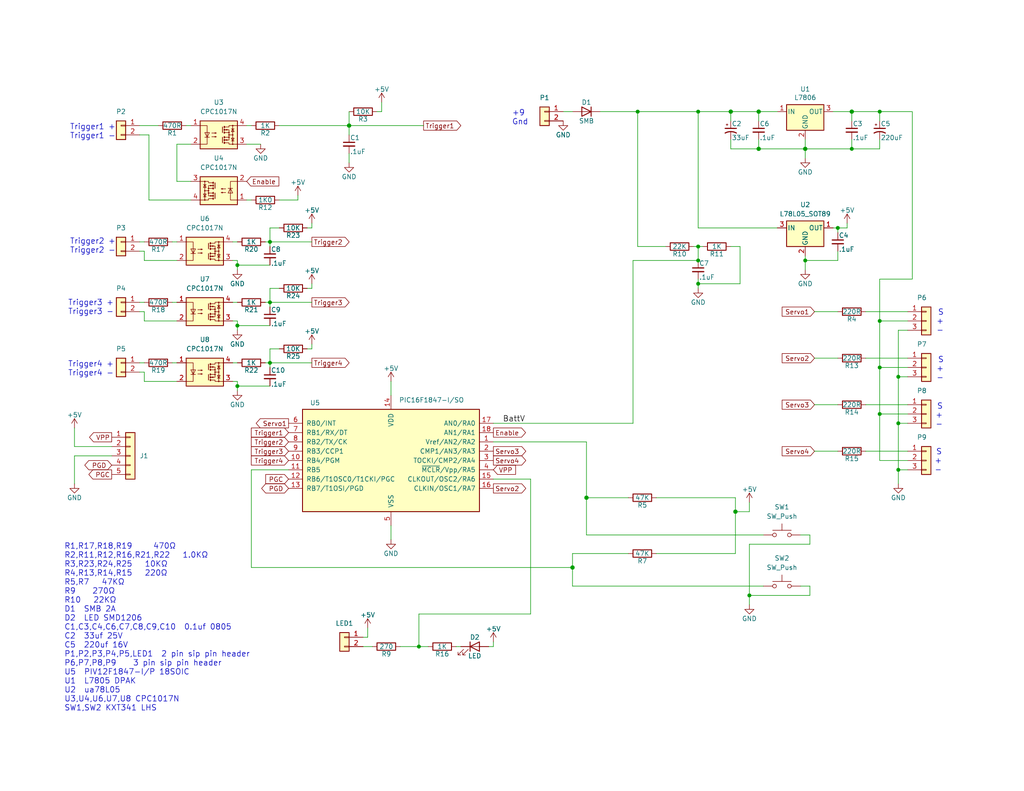
<source format=kicad_sch>
(kicad_sch (version 20231120) (generator "eeschema") (generator_version "8.0")
  (paper "A")
  (title_block (title "Rocket Servo 4") (date "2024-10-30") (rev "n/c") (company "DMFE") (comment 1 "Altimeter triggered servo (4 channel)"))
  (lib_symbols
    (symbol "Connector_Generic:Conn_01x02" (pin_names (offset 1.016) hide)
      (property "Reference" "J" (at 0 2.54 0))
      (property "Value" "Conn_01x02" (at 0 -5.08 0))
      (symbol "Conn_01x02_1_1"
        (rectangle (start -1.27 -2.413) (end 0 -2.667) (stroke (width 0.1524)))
        (rectangle (start -1.27 0.127) (end 0 -0.127) (stroke (width 0.1524)))
        (rectangle (start -1.27 1.27) (end 1.27 -3.81) (stroke (width 0.254)) (fill (type background)))
        (pin passive line (at -5.08 0 0) (length 3.81) (name "Pin_1") (number "1"))
        (pin passive line (at -5.08 -2.54 0) (length 3.81) (name "Pin_2") (number "2"))
      )
    )
    (symbol "Connector_Generic:Conn_01x03" (pin_names (offset 1.016) hide)
      (property "Reference" "J" (at 0 5.08 0))
      (property "Value" "Conn_01x03" (at 0 -5.08 0))
      (symbol "Conn_01x03_1_1"
        (rectangle (start -1.27 -2.413) (end 0 -2.667) (stroke (width 0.1524)))
        (rectangle (start -1.27 0.127) (end 0 -0.127) (stroke (width 0.1524)))
        (rectangle (start -1.27 2.667) (end 0 2.413) (stroke (width 0.1524)))
        (rectangle (start -1.27 3.81) (end 1.27 -3.81) (stroke (width 0.254)) (fill (type background)))
        (pin passive line (at -5.08 2.54 0) (length 3.81) (name "Pin_1") (number "1"))
        (pin passive line (at -5.08 0 0) (length 3.81) (name "Pin_2") (number "2"))
        (pin passive line (at -5.08 -2.54 0) (length 3.81) (name "Pin_3") (number "3"))
      )
    )
    (symbol "Connector_Generic:Conn_01x05" (pin_names (offset 1.016) hide)
      (property "Reference" "J" (at 0 7.62 0))
      (property "Value" "Conn_01x05" (at 0 -7.62 0))
      (symbol "Conn_01x05_1_1"
        (rectangle (start -1.27 -4.953) (end 0 -5.207) (stroke (width 0.1524)))
        (rectangle (start -1.27 -2.413) (end 0 -2.667) (stroke (width 0.1524)))
        (rectangle (start -1.27 0.127) (end 0 -0.127) (stroke (width 0.1524)))
        (rectangle (start -1.27 2.667) (end 0 2.413) (stroke (width 0.1524)))
        (rectangle (start -1.27 5.207) (end 0 4.953) (stroke (width 0.1524)))
        (rectangle (start -1.27 6.35) (end 1.27 -6.35) (stroke (width 0.254)) (fill (type background)))
        (pin passive line (at -5.08 5.08 0) (length 3.81) (name "Pin_1") (number "1"))
        (pin passive line (at -5.08 2.54 0) (length 3.81) (name "Pin_2") (number "2"))
        (pin passive line (at -5.08 0 0) (length 3.81) (name "Pin_3") (number "3"))
        (pin passive line (at -5.08 -2.54 0) (length 3.81) (name "Pin_4") (number "4"))
        (pin passive line (at -5.08 -5.08 0) (length 3.81) (name "Pin_5") (number "5"))
      )
    )
    (symbol "Device:CP1_Small" (pin_numbers hide) (pin_names (offset 0.254) hide)
      (property "Reference" "C" (at 0.254 1.778 0))
      (property "Value" "CP1_Small" (at 0.254 -2.032 0))
      (symbol "CP1_Small_0_1"
        (polyline (pts (xy -1.524 0.508) (xy 1.524 0.508)) (stroke (width 0.3048)))
        (polyline (pts (xy -1.27 1.524) (xy -0.762 1.524)))
        (polyline (pts (xy -1.016 1.27) (xy -1.016 1.778)))
        (arc (start 1.524 -0.762) (mid 0 -0.3734) (end -1.524 -0.762) (stroke (width 0.3048)))
      )
      (symbol "CP1_Small_1_1"
        (pin passive line (at 0 2.54 270) (length 2.032) (name "~") (number "1"))
        (pin passive line (at 0 -2.54 90) (length 2.032) (name "~") (number "2"))
      )
    )
    (symbol "Device:C_Small" (pin_numbers hide) (pin_names (offset 0.254) hide)
      (property "Reference" "C" (at 0.254 1.778 0))
      (property "Value" "C_Small" (at 0.254 -2.032 0))
      (symbol "C_Small_0_1"
        (polyline (pts (xy -1.524 -0.508) (xy 1.524 -0.508)) (stroke (width 0.3302)))
        (polyline (pts (xy -1.524 0.508) (xy 1.524 0.508)) (stroke (width 0.3048)))
      )
      (symbol "C_Small_1_1"
        (pin passive line (at 0 2.54 270) (length 2.032) (name "~") (number "1"))
        (pin passive line (at 0 -2.54 90) (length 2.032) (name "~") (number "2"))
      )
    )
    (symbol "Device:D" (pin_numbers hide) (pin_names (offset 1.016) hide)
      (property "Reference" "D" (at 0 2.54 0))
      (property "Value" "D" (at 0 -2.54 0))
      (symbol "D_0_1"
        (polyline (pts (xy -1.27 1.27) (xy -1.27 -1.27)) (stroke (width 0.254)))
        (polyline (pts (xy 1.27 0) (xy -1.27 0)))
        (polyline (pts (xy 1.27 1.27) (xy 1.27 -1.27) (xy -1.27 0) (xy 1.27 1.27)) (stroke (width 0.254)))
      )
      (symbol "D_1_1"
        (pin passive line (at -3.81 0 0) (length 2.54) (name "K") (number "1"))
        (pin passive line (at 3.81 0 180) (length 2.54) (name "A") (number "2"))
      )
    )
    (symbol "Device:LED" (pin_numbers hide) (pin_names (offset 1.016) hide)
      (property "Reference" "D" (at 0 2.54 0))
      (property "Value" "LED" (at 0 -2.54 0))
      (symbol "LED_0_1"
        (polyline (pts (xy -1.27 -1.27) (xy -1.27 1.27)) (stroke (width 0.254)))
        (polyline (pts (xy -1.27 0) (xy 1.27 0)))
        (polyline (pts (xy 1.27 -1.27) (xy 1.27 1.27) (xy -1.27 0) (xy 1.27 -1.27)) (stroke (width 0.254)))
        (polyline (pts (xy -3.048 -0.762) (xy -4.572 -2.286) (xy -3.81 -2.286) (xy -4.572 -2.286) (xy -4.572 -1.524)))
        (polyline (pts (xy -1.778 -0.762) (xy -3.302 -2.286) (xy -2.54 -2.286) (xy -3.302 -2.286) (xy -3.302 -1.524)))
      )
      (symbol "LED_1_1"
        (pin passive line (at -3.81 0 0) (length 2.54) (name "K") (number "1"))
        (pin passive line (at 3.81 0 180) (length 2.54) (name "A") (number "2"))
      )
    )
    (symbol "Device:R" (pin_numbers hide) (pin_names (offset 0))
      (property "Reference" "R" (at 2.032 0 90))
      (property "Value" "R" (at 0 0 90))
      (symbol "R_0_1"
        (rectangle (start -1.016 -2.54) (end 1.016 2.54) (stroke (width 0.254)))
      )
      (symbol "R_1_1"
        (pin passive line (at 0 3.81 270) (length 1.27) (name "~") (number "1"))
        (pin passive line (at 0 -3.81 90) (length 1.27) (name "~") (number "2"))
      )
    )
    (symbol "MCU_Microchip_PIC16:PIC16F628A-IP" (pin_names (offset 1.016))
      (property "Reference" "U" (at -24.13 17.78 0))
      (property "Value" "PIC16F628A-IP" (at -24.13 15.24 0))
      (symbol "PIC16F628A-IP_0_1"
        (rectangle (start 24.13 13.97) (end -24.13 -13.97) (stroke (width 0.254)) (fill (type background)))
      )
      (symbol "PIC16F628A-IP_1_1"
        (pin bidirectional line (at 27.94 5.08 180) (length 3.81) (name "Vref/AN2/RA2") (number "1"))
        (pin bidirectional line (at -27.94 0 0) (length 3.81) (name "RB4/PGM") (number "10"))
        (pin bidirectional line (at -27.94 -2.54 0) (length 3.81) (name "RB5") (number "11"))
        (pin bidirectional line (at -27.94 -5.08 0) (length 3.81) (name "RB6/T1OSC0/T1CKI/PGC") (number "12"))
        (pin bidirectional line (at -27.94 -7.62 0) (length 3.81) (name "RB7/T1OSI/PGD") (number "13"))
        (pin power_in line (at 0 17.78 270) (length 3.81) (name "VDD") (number "14"))
        (pin bidirectional line (at 27.94 -5.08 180) (length 3.81) (name "CLKOUT/OSC2/RA6") (number "15"))
        (pin bidirectional line (at 27.94 -7.62 180) (length 3.81) (name "CLKIN/OSC1/RA7") (number "16"))
        (pin bidirectional line (at 27.94 10.16 180) (length 3.81) (name "AN0/RA0") (number "17"))
        (pin bidirectional line (at 27.94 7.62 180) (length 3.81) (name "AN1/RA1") (number "18"))
        (pin bidirectional line (at 27.94 2.54 180) (length 3.81) (name "CMP1/AN3/RA3") (number "2"))
        (pin bidirectional line (at 27.94 0 180) (length 3.81) (name "TOCKI/CMP2/RA4") (number "3"))
        (pin input line (at 27.94 -2.54 180) (length 3.81) (name "~{MCLR}/Vpp/RA5") (number "4"))
        (pin power_in line (at 0 -17.78 90) (length 3.81) (name "VSS") (number "5"))
        (pin bidirectional line (at -27.94 10.16 0) (length 3.81) (name "RB0/INT") (number "6"))
        (pin bidirectional line (at -27.94 7.62 0) (length 3.81) (name "RB1/RX/DT") (number "7"))
        (pin bidirectional line (at -27.94 5.08 0) (length 3.81) (name "RB2/TX/CK") (number "8"))
        (pin bidirectional line (at -27.94 2.54 0) (length 3.81) (name "RB3/CCP1") (number "9"))
      )
    )
    (symbol "Regulator_Linear:L7805" (pin_names (offset 0.254))
      (property "Reference" "U" (at -3.81 3.175 0))
      (property "Value" "L7805" (at 0 3.175 0))
      (symbol "L7805_0_1"
        (rectangle (start -5.08 1.905) (end 5.08 -5.08) (stroke (width 0.254)) (fill (type background)))
      )
      (symbol "L7805_1_1"
        (pin power_in line (at -7.62 0 0) (length 2.54) (name "IN") (number "1"))
        (pin power_in line (at 0 -7.62 90) (length 2.54) (name "GND") (number "2"))
        (pin power_out line (at 7.62 0 180) (length 2.54) (name "OUT") (number "3"))
      )
    )
    (symbol "Regulator_Linear:L78L05_SOT89" (pin_names (offset 0.254))
      (property "Reference" "U" (at -3.81 3.175 0))
      (property "Value" "L78L05_SOT89" (at -0.635 3.175 0))
      (symbol "L78L05_SOT89_0_1"
        (rectangle (start -5.08 1.905) (end 5.08 -5.08) (stroke (width 0.254)) (fill (type background)))
      )
      (symbol "L78L05_SOT89_1_1"
        (pin power_out line (at 7.62 0 180) (length 2.54) (name "OUT") (number "1"))
        (pin power_in line (at 0 -7.62 90) (length 2.54) (name "GND") (number "2"))
        (pin power_in line (at -7.62 0 0) (length 2.54) (name "IN") (number "3"))
      )
    )
    (symbol "Relay_SolidState:CPC1017N"
      (property "Reference" "U" (at -5.08 5.08 0))
      (property "Value" "CPC1017N" (at 0 5.08 0))
      (symbol "CPC1017N_0_1"
        (rectangle (start -5.08 3.81) (end 5.08 -3.81) (stroke (width 0.254)) (fill (type background)))
        (polyline (pts (xy -3.81 -0.635) (xy -2.54 -0.635)))
        (polyline (pts (xy 1.016 -0.635) (xy 1.016 -2.159)) (stroke (width 0.2032)))
        (polyline (pts (xy 1.016 2.159) (xy 1.016 0.635)) (stroke (width 0.2032)))
        (polyline (pts (xy 1.524 -0.508) (xy 1.524 -0.762)) (stroke (width 0.3556)))
        (polyline (pts (xy 2.794 0) (xy 3.81 0)))
        (polyline (pts (xy 3.429 -1.651) (xy 4.191 -1.651)))
        (polyline (pts (xy 3.429 1.651) (xy 4.191 1.651)))
        (polyline (pts (xy 3.81 -2.54) (xy 3.81 2.54)))
        (polyline (pts (xy 1.524 -2.032) (xy 1.524 -2.286) (xy 1.524 -2.286)) (stroke (width 0.3556)))
        (polyline (pts (xy 1.524 -1.27) (xy 1.524 -1.524) (xy 1.524 -1.524)) (stroke (width 0.3556)))
        (polyline (pts (xy 1.524 0.762) (xy 1.524 0.508) (xy 1.524 0.508)) (stroke (width 0.3556)))
        (polyline (pts (xy 1.524 1.524) (xy 1.524 1.27) (xy 1.524 1.27)) (stroke (width 0.3556)))
        (polyline (pts (xy 1.524 2.286) (xy 1.524 2.032) (xy 1.524 2.032)) (stroke (width 0.3556)))
        (polyline (pts (xy 1.651 -1.397) (xy 2.794 -1.397) (xy 2.794 -0.635)))
        (polyline (pts (xy 1.651 1.397) (xy 2.794 1.397) (xy 2.794 0.635)))
        (polyline (pts (xy -5.08 2.54) (xy -3.175 2.54) (xy -3.175 -2.54) (xy -5.08 -2.54)))
        (polyline (pts (xy -3.175 -0.635) (xy -3.81 0.635) (xy -2.54 0.635) (xy -3.175 -0.635)))
        (polyline (pts (xy 1.651 -2.159) (xy 2.794 -2.159) (xy 2.794 -2.54) (xy 5.08 -2.54)))
        (polyline (pts (xy 1.651 -0.635) (xy 2.794 -0.635) (xy 2.794 0.635) (xy 1.651 0.635)))
        (polyline (pts (xy 1.651 2.159) (xy 2.794 2.159) (xy 2.794 2.54) (xy 5.08 2.54)))
        (polyline (pts (xy 1.778 -1.397) (xy 2.286 -1.27) (xy 2.286 -1.524) (xy 1.778 -1.397)))
        (polyline (pts (xy 1.778 1.397) (xy 2.286 1.524) (xy 2.286 1.27) (xy 1.778 1.397)))
        (polyline (pts (xy 3.81 -1.651) (xy 3.429 -0.889) (xy 4.191 -0.889) (xy 3.81 -1.651)))
        (polyline (pts (xy 3.81 1.651) (xy 3.429 0.889) (xy 4.191 0.889) (xy 3.81 1.651)))
        (polyline (pts (xy -1.905 -0.508) (xy -0.635 -0.508) (xy -1.016 -0.635) (xy -1.016 -0.381) (xy -0.635 -0.508)))
        (polyline (pts (xy -1.905 0.508) (xy -0.635 0.508) (xy -1.016 0.381) (xy -1.016 0.635) (xy -0.635 0.508)))
        (circle (center 2.794 -0.635) (radius 0.127))
        (circle (center 2.794 0) (radius 0.127))
        (circle (center 2.794 0.635) (radius 0.127))
        (circle (center 3.81 -2.54) (radius 0.127))
        (circle (center 3.81 0) (radius 0.127))
        (circle (center 3.81 2.54) (radius 0.127))
      )
      (symbol "CPC1017N_1_1"
        (pin passive line (at -7.62 2.54 0) (length 2.54) (name "~") (number "1"))
        (pin passive line (at -7.62 -2.54 0) (length 2.54) (name "~") (number "2"))
        (pin passive line (at 7.62 -2.54 180) (length 2.54) (name "~") (number "3"))
        (pin passive line (at 7.62 2.54 180) (length 2.54) (name "~") (number "4"))
      )
    )
    (symbol "Switch:SW_Push" (pin_numbers hide) (pin_names (offset 1.016) hide)
      (property "Reference" "SW" (at 1.27 2.54 0))
      (property "Value" "SW_Push" (at 0 -1.524 0))
      (symbol "SW_Push_0_1"
        (circle (center -2.032 0) (radius 0.508))
        (polyline (pts (xy 0 1.27) (xy 0 3.048)))
        (polyline (pts (xy 2.54 1.27) (xy -2.54 1.27)))
        (circle (center 2.032 0) (radius 0.508))
        (pin passive line (at -5.08 0 0) (length 2.54) (name "1") (number "1"))
        (pin passive line (at 5.08 0 180) (length 2.54) (name "2") (number "2"))
      )
    )
    (symbol "power:+5V" (power) (pin_names (offset 0))
      (property "Value" "+5V" (at 0 3.556 0))
      (symbol "+5V_0_1"
        (polyline (pts (xy -0.762 1.27) (xy 0 2.54)))
        (polyline (pts (xy 0 0) (xy 0 2.54)))
        (polyline (pts (xy 0 2.54) (xy 0.762 1.27)))
      )
      (symbol "+5V_1_1"
        (pin power_in line (at 0 0 90) (length 0) hide (name "+5V") (number "1"))
      )
    )
    (symbol "power:GND" (power) (pin_names (offset 0))
      (property "Value" "GND" (at 0 -3.81 0))
      (symbol "GND_0_1"
        (polyline (pts (xy 0 0) (xy 0 -1.27) (xy 1.27 -1.27) (xy 0 -2.54) (xy -1.27 -1.27) (xy 0 -1.27)))
      )
      (symbol "GND_1_1"
        (pin power_in line (at 0 0 270) (length 0) hide (name "GND") (number "1"))
      )
    )
  )
  (junction (at 204.47 162.56))
  (junction (at 190.5 30.48))
  (junction (at 73.66 82.55))
  (junction (at 73.66 66.04))
  (junction (at 114.3 176.53))
  (junction (at 64.77 105.41))
  (junction (at 245.11 102.87))
  (junction (at 207.01 30.48) (diameter 1.016))
  (junction (at 160.02 135.89) (diameter 1.016))
  (junction (at 219.71 71.12))
  (junction (at 190.5 71.12))
  (junction (at 200.66 139.7) (diameter 1.016))
  (junction (at 232.41 30.48) (diameter 1.016))
  (junction (at 245.11 115.57))
  (junction (at 232.41 40.64))
  (junction (at 95.25 34.29) (diameter 1.016))
  (junction (at 190.5 67.31))
  (junction (at 240.03 30.48))
  (junction (at 199.39 30.48) (diameter 1.016))
  (junction (at 64.77 88.9))
  (junction (at 64.77 72.39))
  (junction (at 207.01 40.64) (diameter 1.016))
  (junction (at 190.5 77.47))
  (junction (at 219.71 40.64) (diameter 1.016))
  (junction (at 245.11 128.27))
  (junction (at 73.66 99.06))
  (junction (at 228.6 62.23))
  (junction (at 173.99 30.48))
  (junction (at 240.03 100.33))
  (junction (at 240.03 113.03))
  (junction (at 156.21 154.94) (diameter 1.016))
  (junction (at 240.03 87.63))
  (wire (pts (xy 46.99 82.55) (xy 48.26 82.55)))
  (wire (pts (xy 207.01 40.64) (xy 219.71 40.64)))
  (wire (pts (xy 63.5 66.04) (xy 64.77 66.04)))
  (wire (pts (xy 73.66 66.04) (xy 73.66 67.31)))
  (wire (pts (xy 73.66 66.04) (xy 85.09 66.04)))
  (wire (pts (xy 179.07 151.13) (xy 200.66 151.13)))
  (wire (pts (xy 73.66 99.06) (xy 73.66 100.33)))
  (wire (pts (xy 204.47 162.56) (xy 220.98 162.56)))
  (wire (pts (xy 38.1 34.29) (xy 43.18 34.29)))
  (wire (pts (xy 38.1 68.58) (xy 39.37 68.58)))
  (wire (pts (xy 76.2 34.29) (xy 95.25 34.29)))
  (wire (pts (xy 172.72 71.12) (xy 190.5 71.12)))
  (wire (pts (xy 222.25 85.09) (xy 228.6 85.09)))
  (wire (pts (xy 63.5 71.12) (xy 64.77 71.12)))
  (wire (pts (xy 83.82 78.74) (xy 85.09 78.74)))
  (wire (pts (xy 63.5 99.06) (xy 64.77 99.06)))
  (wire (pts (xy 201.93 67.31) (xy 201.93 77.47)))
  (wire (pts (xy 228.6 62.23) (xy 228.6 63.5)))
  (wire (pts (xy 220.98 146.05) (xy 218.44 146.05)))
  (wire (pts (xy 39.37 104.14) (xy 48.26 104.14)))
  (wire (pts (xy 48.26 39.37) (xy 52.07 39.37)))
  (wire (pts (xy 38.1 82.55) (xy 39.37 82.55)))
  (wire (pts (xy 95.25 34.29) (xy 95.25 36.83)))
  (wire (pts (xy 99.06 176.53) (xy 101.6 176.53)))
  (wire (pts (xy 52.07 54.61) (xy 40.64 54.61)))
  (wire (pts (xy 190.5 62.23) (xy 190.5 30.48)))
  (wire (pts (xy 20.32 121.92) (xy 20.32 116.84)))
  (wire (pts (xy 68.58 154.94) (xy 156.21 154.94)))
  (wire (pts (xy 78.74 128.27) (xy 68.58 128.27)))
  (wire (pts (xy 228.6 68.58) (xy 228.6 71.12)))
  (wire (pts (xy 219.71 40.64) (xy 232.41 40.64)))
  (wire (pts (xy 172.72 71.12) (xy 172.72 115.57)))
  (wire (pts (xy 100.33 173.99) (xy 99.06 173.99)))
  (wire (pts (xy 240.03 113.03) (xy 247.65 113.03)))
  (wire (pts (xy 40.64 36.83) (xy 40.64 54.61)))
  (wire (pts (xy 204.47 148.59) (xy 220.98 148.59)))
  (wire (pts (xy 39.37 87.63) (xy 48.26 87.63)))
  (wire (pts (xy 20.32 124.46) (xy 20.32 132.08)))
  (wire (pts (xy 38.1 101.6) (xy 39.37 101.6)))
  (wire (pts (xy 222.25 97.79) (xy 228.6 97.79)))
  (wire (pts (xy 38.1 99.06) (xy 39.37 99.06)))
  (wire (pts (xy 200.66 139.7) (xy 200.66 151.13)))
  (wire (pts (xy 190.5 76.2) (xy 190.5 77.47)))
  (wire (pts (xy 173.99 67.31) (xy 173.99 30.48)))
  (wire (pts (xy 189.23 67.31) (xy 190.5 67.31)))
  (wire (pts (xy 63.5 82.55) (xy 64.77 82.55)))
  (wire (pts (xy 228.6 62.23) (xy 231.14 62.23)))
  (wire (pts (xy 104.14 30.48) (xy 102.87 30.48)))
  (wire (pts (xy 144.78 130.81) (xy 144.78 167.64)))
  (wire (pts (xy 160.02 135.89) (xy 160.02 146.05)))
  (wire (pts (xy 236.22 110.49) (xy 247.65 110.49)))
  (wire (pts (xy 173.99 30.48) (xy 190.5 30.48)))
  (wire (pts (xy 134.62 115.57) (xy 172.72 115.57)))
  (wire (pts (xy 232.41 33.02) (xy 232.41 30.48)))
  (wire (pts (xy 232.41 30.48) (xy 240.03 30.48)))
  (wire (pts (xy 204.47 139.7) (xy 204.47 137.16)))
  (wire (pts (xy 48.26 49.53) (xy 48.26 39.37)))
  (wire (pts (xy 240.03 100.33) (xy 247.65 100.33)))
  (wire (pts (xy 160.02 120.65) (xy 160.02 135.89)))
  (wire (pts (xy 222.25 110.49) (xy 228.6 110.49)))
  (wire (pts (xy 114.3 176.53) (xy 116.84 176.53)))
  (wire (pts (xy 115.57 34.29) (xy 95.25 34.29)))
  (wire (pts (xy 64.77 88.9) (xy 73.66 88.9)))
  (wire (pts (xy 199.39 67.31) (xy 201.93 67.31)))
  (wire (pts (xy 106.68 104.14) (xy 106.68 107.95)))
  (wire (pts (xy 76.2 62.23) (xy 73.66 62.23)))
  (wire (pts (xy 73.66 82.55) (xy 73.66 78.74)))
  (wire (pts (xy 134.62 130.81) (xy 144.78 130.81)))
  (wire (pts (xy 227.33 30.48) (xy 232.41 30.48)))
  (wire (pts (xy 201.93 77.47) (xy 190.5 77.47)))
  (wire (pts (xy 104.14 27.94) (xy 104.14 30.48)))
  (wire (pts (xy 240.03 87.63) (xy 247.65 87.63)))
  (wire (pts (xy 248.92 30.48) (xy 248.92 76.2)))
  (wire (pts (xy 222.25 123.19) (xy 228.6 123.19)))
  (wire (pts (xy 39.37 101.6) (xy 39.37 104.14)))
  (wire (pts (xy 124.46 176.53) (xy 125.73 176.53)))
  (wire (pts (xy 134.62 176.53) (xy 134.62 175.26)))
  (wire (pts (xy 212.09 62.23) (xy 190.5 62.23)))
  (wire (pts (xy 38.1 36.83) (xy 40.64 36.83)))
  (wire (pts (xy 64.77 88.9) (xy 64.77 90.17)))
  (wire (pts (xy 67.31 34.29) (xy 68.58 34.29)))
  (wire (pts (xy 46.99 99.06) (xy 48.26 99.06)))
  (wire (pts (xy 76.2 54.61) (xy 81.28 54.61)))
  (wire (pts (xy 156.21 154.94) (xy 156.21 160.02)))
  (wire (pts (xy 219.71 69.85) (xy 219.71 71.12)))
  (wire (pts (xy 236.22 85.09) (xy 247.65 85.09)))
  (wire (pts (xy 219.71 40.64) (xy 219.71 43.18)))
  (wire (pts (xy 30.48 124.46) (xy 20.32 124.46)))
  (wire (pts (xy 190.5 67.31) (xy 190.5 71.12)))
  (wire (pts (xy 64.77 71.12) (xy 64.77 72.39)))
  (wire (pts (xy 200.66 135.89) (xy 200.66 139.7)))
  (wire (pts (xy 245.11 102.87) (xy 247.65 102.87)))
  (wire (pts (xy 219.71 71.12) (xy 219.71 73.66)))
  (wire (pts (xy 199.39 38.1) (xy 199.39 40.64)))
  (wire (pts (xy 85.09 95.25) (xy 85.09 93.98)))
  (wire (pts (xy 163.83 30.48) (xy 173.99 30.48)))
  (wire (pts (xy 100.33 171.45) (xy 100.33 173.99)))
  (wire (pts (xy 68.58 128.27) (xy 68.58 154.94)))
  (wire (pts (xy 248.92 76.2) (xy 240.03 76.2)))
  (wire (pts (xy 245.11 128.27) (xy 245.11 115.57)))
  (wire (pts (xy 73.66 95.25) (xy 76.2 95.25)))
  (wire (pts (xy 199.39 33.02) (xy 199.39 30.48)))
  (wire (pts (xy 38.1 85.09) (xy 39.37 85.09)))
  (wire (pts (xy 73.66 95.25) (xy 73.66 99.06)))
  (wire (pts (xy 160.02 135.89) (xy 171.45 135.89)))
  (wire (pts (xy 52.07 49.53) (xy 48.26 49.53)))
  (wire (pts (xy 245.11 115.57) (xy 245.11 102.87)))
  (wire (pts (xy 190.5 30.48) (xy 199.39 30.48)))
  (wire (pts (xy 219.71 38.1) (xy 219.71 40.64)))
  (wire (pts (xy 95.25 44.45) (xy 95.25 41.91)))
  (wire (pts (xy 156.21 151.13) (xy 171.45 151.13)))
  (wire (pts (xy 245.11 90.17) (xy 247.65 90.17)))
  (wire (pts (xy 245.11 115.57) (xy 247.65 115.57)))
  (wire (pts (xy 64.77 104.14) (xy 64.77 105.41)))
  (wire (pts (xy 81.28 53.34) (xy 81.28 54.61)))
  (wire (pts (xy 39.37 71.12) (xy 48.26 71.12)))
  (wire (pts (xy 190.5 77.47) (xy 190.5 78.74)))
  (wire (pts (xy 245.11 128.27) (xy 247.65 128.27)))
  (wire (pts (xy 133.35 176.53) (xy 134.62 176.53)))
  (wire (pts (xy 67.31 39.37) (xy 71.12 39.37)))
  (wire (pts (xy 72.39 66.04) (xy 73.66 66.04)))
  (wire (pts (xy 30.48 121.92) (xy 20.32 121.92)))
  (wire (pts (xy 207.01 33.02) (xy 207.01 30.48)))
  (wire (pts (xy 232.41 40.64) (xy 240.03 40.64)))
  (wire (pts (xy 220.98 148.59) (xy 220.98 146.05)))
  (wire (pts (xy 63.5 104.14) (xy 64.77 104.14)))
  (wire (pts (xy 236.22 97.79) (xy 247.65 97.79)))
  (wire (pts (xy 67.31 54.61) (xy 68.58 54.61)))
  (wire (pts (xy 199.39 30.48) (xy 207.01 30.48)))
  (wire (pts (xy 64.77 105.41) (xy 64.77 106.68)))
  (wire (pts (xy 200.66 135.89) (xy 179.07 135.89)))
  (wire (pts (xy 204.47 148.59) (xy 204.47 162.56)))
  (wire (pts (xy 160.02 146.05) (xy 208.28 146.05)))
  (wire (pts (xy 64.77 72.39) (xy 73.66 72.39)))
  (wire (pts (xy 72.39 82.55) (xy 73.66 82.55)))
  (wire (pts (xy 73.66 82.55) (xy 85.09 82.55)))
  (wire (pts (xy 181.61 67.31) (xy 173.99 67.31)))
  (wire (pts (xy 204.47 162.56) (xy 204.47 165.1)))
  (wire (pts (xy 134.62 120.65) (xy 160.02 120.65)))
  (wire (pts (xy 38.1 66.04) (xy 39.37 66.04)))
  (wire (pts (xy 95.25 34.29) (xy 95.25 30.48)))
  (wire (pts (xy 231.14 62.23) (xy 231.14 60.96)))
  (wire (pts (xy 114.3 167.64) (xy 114.3 176.53)))
  (wire (pts (xy 64.77 87.63) (xy 64.77 88.9)))
  (wire (pts (xy 156.21 151.13) (xy 156.21 154.94)))
  (wire (pts (xy 85.09 62.23) (xy 85.09 60.96)))
  (wire (pts (xy 240.03 76.2) (xy 240.03 87.63)))
  (wire (pts (xy 109.22 176.53) (xy 114.3 176.53)))
  (wire (pts (xy 207.01 38.1) (xy 207.01 40.64)))
  (wire (pts (xy 240.03 100.33) (xy 240.03 113.03)))
  (wire (pts (xy 220.98 162.56) (xy 220.98 160.02)))
  (wire (pts (xy 46.99 66.04) (xy 48.26 66.04)))
  (wire (pts (xy 73.66 99.06) (xy 85.09 99.06)))
  (wire (pts (xy 240.03 30.48) (xy 248.92 30.48)))
  (wire (pts (xy 64.77 72.39) (xy 64.77 73.66)))
  (wire (pts (xy 207.01 30.48) (xy 212.09 30.48)))
  (wire (pts (xy 220.98 160.02) (xy 218.44 160.02)))
  (wire (pts (xy 39.37 68.58) (xy 39.37 71.12)))
  (wire (pts (xy 72.39 99.06) (xy 73.66 99.06)))
  (wire (pts (xy 190.5 67.31) (xy 191.77 67.31)))
  (wire (pts (xy 39.37 85.09) (xy 39.37 87.63)))
  (wire (pts (xy 73.66 82.55) (xy 73.66 83.82)))
  (wire (pts (xy 240.03 125.73) (xy 247.65 125.73)))
  (wire (pts (xy 240.03 38.1) (xy 240.03 40.64)))
  (wire (pts (xy 83.82 62.23) (xy 85.09 62.23)))
  (wire (pts (xy 156.21 160.02) (xy 208.28 160.02)))
  (wire (pts (xy 83.82 95.25) (xy 85.09 95.25)))
  (wire (pts (xy 73.66 62.23) (xy 73.66 66.04)))
  (wire (pts (xy 200.66 139.7) (xy 204.47 139.7)))
  (wire (pts (xy 85.09 78.74) (xy 85.09 77.47)))
  (wire (pts (xy 240.03 113.03) (xy 240.03 125.73)))
  (wire (pts (xy 240.03 87.63) (xy 240.03 100.33)))
  (wire (pts (xy 50.8 34.29) (xy 52.07 34.29)))
  (wire (pts (xy 236.22 123.19) (xy 247.65 123.19)))
  (wire (pts (xy 64.77 105.41) (xy 73.66 105.41)))
  (wire (pts (xy 73.66 78.74) (xy 76.2 78.74)))
  (wire (pts (xy 63.5 87.63) (xy 64.77 87.63)))
  (wire (pts (xy 232.41 38.1) (xy 232.41 40.64)))
  (wire (pts (xy 228.6 71.12) (xy 219.71 71.12)))
  (wire (pts (xy 245.11 132.08) (xy 245.11 128.27)))
  (wire (pts (xy 153.67 30.48) (xy 156.21 30.48)))
  (wire (pts (xy 106.68 143.51) (xy 106.68 147.32)))
  (wire (pts (xy 227.33 62.23) (xy 228.6 62.23)))
  (wire (pts (xy 199.39 40.64) (xy 207.01 40.64)))
  (wire (pts (xy 240.03 30.48) (xy 240.03 33.02)))
  (wire (pts (xy 245.11 102.87) (xy 245.11 90.17)))
  (wire (pts (xy 144.78 167.64) (xy 114.3 167.64)))
  (text "+9\nGnd" (at 139.7 34.29 0) (effects (font (size 1.524 1.524)) (justify left bottom)))
  (text "Trigger3 +\nTrigger3 -" (at 18.542 86.106 0) (effects (font (size 1.524 1.524)) (justify left bottom)))
  (text "R1,R17,R18,R19     470Ω\nR2,R11,R12,R16,R21,R22   1.0KΩ\nR3,R23,R24,R25   10KΩ\nR4,R13,R14,R15   220Ω\nR5,R7   47KΩ\nR9    270Ω\nR10   22KΩ\nD1  SMB 2A\nD2  LED SMD1206\nC1,C3,C4,C6,C7,C8,C9,C10  0.1uf 0805\nC2  33uf 25V\nC5  220uf 16V\nP1,P2,P3,P4,P5,LED1  2 pin sip pin header\nP6,P7,P8,P9    3 pin sip pin header\nU5  PIV12F1847-I/P 18SOIC\nU1  L7805 DPAK\nU2  ua78L05\nU3,U4,U6,U7,U8 CPC1017N \nSW1,SW2 KXT341 LHS\n" (at 17.526 194.31 0) (effects (font (size 1.524 1.524)) (justify left bottom)))
  (text "S\n+\n-" (at 257.556 104.14 0) (effects (font (size 1.524 1.524)) (justify right bottom)))
  (text "Trigger4 +\nTrigger4 -" (at 18.542 102.87 0) (effects (font (size 1.524 1.524)) (justify left bottom)))
  (text "S\n+\n-" (at 257.556 91.186 0) (effects (font (size 1.524 1.524)) (justify right bottom)))
  (text "S\n+\n-" (at 257.048 129.286 0) (effects (font (size 1.524 1.524)) (justify right bottom)))
  (text "Trigger1 +\nTrigger1 -" (at 19.05 38.1 0) (effects (font (size 1.524 1.524)) (justify left bottom)))
  (text "S\n+\n-" (at 257.302 116.84 0) (effects (font (size 1.524 1.524)) (justify right bottom)))
  (text "Trigger2 +\nTrigger2 -" (at 19.05 69.342 0) (effects (font (size 1.524 1.524)) (justify left bottom)))
  (label "BattV" (at 137.16 115.57 0) (effects (font (size 1.524 1.524))))
  (global_label "PGC" (shape input) (at 78.74 130.81 180) (property "Intersheetrefs" "${INTERSHEET_REFS}" (effects (hide yes))))
  (global_label "Trigger2" (shape output) (at 85.09 66.04 0) (property "Intersheetrefs" "${INTERSHEET_REFS}" (effects (hide yes))))
  (global_label "Trigger4" (shape output) (at 85.09 99.06 0) (property "Intersheetrefs" "${INTERSHEET_REFS}" (effects (hide yes))))
  (global_label "Servo1" (shape input) (at 222.25 85.09 180) (property "Intersheetrefs" "${INTERSHEET_REFS}" (effects (hide yes))))
  (global_label "PGD" (shape bidirectional) (at 30.48 127 180) (property "Intersheetrefs" "${INTERSHEET_REFS}" (effects (hide yes))))
  (global_label "Servo3" (shape input) (at 222.25 110.49 180) (property "Intersheetrefs" "${INTERSHEET_REFS}" (effects (hide yes))))
  (global_label "Enable" (shape input) (at 67.31 49.53 0) (property "Intersheetrefs" "${INTERSHEET_REFS}" (effects (hide yes))))
  (global_label "Enable" (shape output) (at 134.62 118.11 0) (property "Intersheetrefs" "${INTERSHEET_REFS}" (effects (hide yes))))
  (global_label "Servo4" (shape input) (at 222.25 123.19 180) (property "Intersheetrefs" "${INTERSHEET_REFS}" (effects (hide yes))))
  (global_label "Trigger3" (shape output) (at 85.09 82.55 0) (property "Intersheetrefs" "${INTERSHEET_REFS}" (effects (hide yes))))
  (global_label "Servo2" (shape output) (at 134.62 133.35 0) (property "Intersheetrefs" "${INTERSHEET_REFS}" (effects (hide yes))))
  (global_label "Servo4" (shape output) (at 134.62 125.73 0) (property "Intersheetrefs" "${INTERSHEET_REFS}" (effects (hide yes))))
  (global_label "Trigger1" (shape output) (at 115.57 34.29 0) (property "Intersheetrefs" "${INTERSHEET_REFS}" (effects (hide yes))))
  (global_label "Servo3" (shape output) (at 134.62 123.19 0) (property "Intersheetrefs" "${INTERSHEET_REFS}" (effects (hide yes))))
  (global_label "VPP" (shape output) (at 30.48 119.38 180) (property "Intersheetrefs" "${INTERSHEET_REFS}" (effects (hide yes))))
  (global_label "Trigger1" (shape input) (at 78.74 118.11 180) (property "Intersheetrefs" "${INTERSHEET_REFS}" (effects (hide yes))))
  (global_label "Servo1" (shape output) (at 78.74 115.57 180) (property "Intersheetrefs" "${INTERSHEET_REFS}" (effects (hide yes))))
  (global_label "PGD" (shape bidirectional) (at 78.74 133.35 180) (property "Intersheetrefs" "${INTERSHEET_REFS}" (effects (hide yes))))
  (global_label "PGC" (shape output) (at 30.48 129.54 180) (property "Intersheetrefs" "${INTERSHEET_REFS}" (effects (hide yes))))
  (global_label "VPP" (shape input) (at 134.62 128.27 0) (property "Intersheetrefs" "${INTERSHEET_REFS}" (effects (hide yes))))
  (global_label "Trigger2" (shape input) (at 78.74 120.65 180) (property "Intersheetrefs" "${INTERSHEET_REFS}" (effects (hide yes))))
  (global_label "Trigger3" (shape input) (at 78.74 123.19 180) (property "Intersheetrefs" "${INTERSHEET_REFS}" (effects (hide yes))))
  (global_label "Servo2" (shape input) (at 222.25 97.79 180) (property "Intersheetrefs" "${INTERSHEET_REFS}" (effects (hide yes))))
  (global_label "Trigger4" (shape input) (at 78.74 125.73 180) (property "Intersheetrefs" "${INTERSHEET_REFS}" (effects (hide yes))))
  (symbol (lib_id "Device:D") (at 160.02 30.48 0) (mirror y) (unit 1)
    (property "Reference" "D1" (at 160.02 27.94 0))
    (property "Value" "SMB" (at 160.02 33.02 0))
    (property "Footprint" "Diode_SMD:D_SMA" (effects (hide yes)))
  )
  (symbol (lib_id "Device:CP1_Small") (at 199.39 35.56 0) (unit 1)
    (property "Reference" "C2" (at 199.644 33.782 0) (effects (justify left)))
    (property "Value" "33uF" (at 199.644 37.592 0) (effects (justify left)))
    (property "Footprint" "Capacitor_THT:CP_Radial_D5.0mm_P2.00mm" (effects (hide yes)))
  )
  (symbol (lib_id "Device:C_Small") (at 232.41 35.56 0) (unit 1)
    (property "Reference" "C3" (at 232.664 33.782 0) (effects (justify left)))
    (property "Value" ".1uF" (at 232.664 37.592 0) (effects (justify left)))
    (property "Footprint" "Capacitor_SMD:C_0805_2012Metric_Pad1.18x1.45mm_HandSolder" (effects (hide yes)))
  )
  (symbol (lib_id "Device:C_Small") (at 228.6 66.04 0) (unit 1)
    (property "Reference" "C4" (at 228.854 64.262 0) (effects (justify left)))
    (property "Value" ".1uF" (at 228.854 68.072 0) (effects (justify left)))
    (property "Footprint" "Capacitor_SMD:C_0805_2012Metric_Pad1.18x1.45mm_HandSolder" (effects (hide yes)))
  )
  (symbol (lib_id "power:GND") (at 219.71 43.18 0) (unit 1)
    (property "Reference" "#PWR02" (effects (hide yes)))
    (property "Value" "GND" (at 219.71 46.99 0))
  )
  (symbol (lib_id "power:GND") (at 245.11 132.08 0) (unit 1)
    (property "Reference" "#PWR06" (effects (hide yes)))
    (property "Value" "GND" (at 245.11 135.89 0))
  )
  (symbol (lib_id "Device:R") (at 232.41 85.09 270) (unit 1)
    (property "Reference" "R4" (at 232.41 87.122 90))
    (property "Value" "220R" (at 232.41 85.09 90))
    (property "Footprint" "Resistor_SMD:R_0805_2012Metric_Pad1.20x1.40mm_HandSolder" (effects (hide yes)))
  )
  (symbol (lib_id "power:+5V") (at 106.68 104.14 0) (unit 1)
    (property "Reference" "#PWR07" (effects (hide yes)))
    (property "Value" "+5V" (at 106.68 100.584 0))
  )
  (symbol (lib_id "power:GND") (at 106.68 147.32 0) (unit 1)
    (property "Reference" "#PWR08" (effects (hide yes)))
    (property "Value" "GND" (at 106.68 151.13 0))
  )
  (symbol (lib_id "Device:R") (at 72.39 34.29 270) (unit 1)
    (property "Reference" "R2" (at 72.39 36.322 90))
    (property "Value" "1K" (at 72.39 34.29 90))
    (property "Footprint" "Resistor_SMD:R_0805_2012Metric_Pad1.20x1.40mm_HandSolder" (effects (hide yes)))
  )
  (symbol (lib_id "Device:R") (at 99.06 30.48 270) (unit 1)
    (property "Reference" "R3" (at 99.06 32.512 90))
    (property "Value" "10K" (at 99.06 30.48 90))
    (property "Footprint" "Resistor_SMD:R_0805_2012Metric_Pad1.20x1.40mm_HandSolder" (effects (hide yes)))
  )
  (symbol (lib_id "Device:C_Small") (at 95.25 39.37 0) (unit 1)
    (property "Reference" "C1" (at 95.504 37.592 0) (effects (justify left)))
    (property "Value" ".1uF" (at 95.504 41.402 0) (effects (justify left)))
    (property "Footprint" "Capacitor_SMD:C_0805_2012Metric_Pad1.18x1.45mm_HandSolder" (effects (hide yes)))
  )
  (symbol (lib_id "power:+5V") (at 104.14 27.94 0) (unit 1)
    (property "Reference" "#PWR010" (effects (hide yes)))
    (property "Value" "+5V" (at 104.14 24.384 0))
  )
  (symbol (lib_id "power:GND") (at 95.25 44.45 0) (unit 1)
    (property "Reference" "#PWR011" (effects (hide yes)))
    (property "Value" "GND" (at 95.25 48.26 0))
  )
  (symbol (lib_id "power:+5V") (at 204.47 137.16 0) (unit 1)
    (property "Reference" "#PWR012" (effects (hide yes)))
    (property "Value" "+5V" (at 204.47 133.604 0))
  )
  (symbol (lib_id "Device:R") (at 175.26 135.89 270) (unit 1)
    (property "Reference" "R5" (at 175.26 137.922 90))
    (property "Value" "47K" (at 175.26 135.89 90))
    (property "Footprint" "Resistor_SMD:R_0805_2012Metric_Pad1.20x1.40mm_HandSolder" (effects (hide yes)))
  )
  (symbol (lib_id "Device:R") (at 175.26 151.13 270) (unit 1)
    (property "Reference" "R7" (at 175.26 153.162 90))
    (property "Value" "47K" (at 175.26 151.13 90))
    (property "Footprint" "Resistor_SMD:R_0805_2012Metric_Pad1.20x1.40mm_HandSolder" (effects (hide yes)))
  )
  (symbol (lib_id "power:GND") (at 204.47 165.1 0) (unit 1)
    (property "Reference" "#PWR013" (effects (hide yes)))
    (property "Value" "GND" (at 204.47 168.91 0))
  )
  (symbol (lib_id "Connector_Generic:Conn_01x03") (at 252.73 87.63 0) (unit 1)
    (property "Reference" "P6" (at 250.19 81.28 0) (effects (justify left)))
    (property "Value" "Conn_01x03" (effects (hide yes)))
    (property "Footprint" "Connector_PinHeader_2.54mm:PinHeader_1x03_P2.54mm_Vertical" (effects (hide yes)))
  )
  (symbol (lib_id "Regulator_Linear:L7805") (at 219.71 30.48 0) (unit 1)
    (property "Reference" "U1" (at 219.71 24.3332 0))
    (property "Value" "L7806" (at 219.71 26.6446 0))
    (property "Footprint" "Package_TO_SOT_SMD:TO-263-2" (effects (hide yes)))
    (property "Datasheet" "http://www.st.com/content/ccc/resource/technical/document/datasheet/41/4f/b3/b0/12/d4/47/88/CD00000444.pdf/files/CD00000444.pdf/jcr:content/translations/en.CD00000444.pdf" (effects (hide yes)))
  )
  (symbol (lib_id "Device:CP1_Small") (at 240.03 35.56 0) (unit 1)
    (property "Reference" "C5" (at 240.284 33.782 0) (effects (justify left)))
    (property "Value" "220uF" (at 240.284 37.592 0) (effects (justify left)))
    (property "Footprint" "Capacitor_THT:CP_Radial_D6.3mm_P2.50mm" (effects (hide yes)))
  )
  (symbol (lib_id "Device:C_Small") (at 207.01 35.56 0) (unit 1)
    (property "Reference" "C6" (at 207.264 33.782 0) (effects (justify left)))
    (property "Value" ".1uF" (at 207.264 37.592 0) (effects (justify left)))
    (property "Footprint" "Capacitor_SMD:C_0805_2012Metric_Pad1.18x1.45mm_HandSolder" (effects (hide yes)))
  )
  (symbol (lib_id "power:GND") (at 71.12 39.37 0) (unit 1)
    (property "Reference" "#PWR0102" (effects (hide yes)))
    (property "Value" "GND" (at 71.12 43.18 0))
  )
  (symbol (lib_id "Device:R") (at 43.18 82.55 270) (unit 1)
    (property "Reference" "R18" (at 43.18 84.582 90))
    (property "Value" "470R" (at 43.18 82.55 90))
    (property "Footprint" "Resistor_SMD:R_0805_2012Metric_Pad1.20x1.40mm_HandSolder" (effects (hide yes)))
  )
  (symbol (lib_id "Connector_Generic:Conn_01x02") (at 33.02 82.55 0) (mirror y) (unit 1)
    (property "Reference" "P4" (at 33.02 78.74 0))
    (property "Value" "Conn_01x02" (effects (hide yes)))
    (property "Footprint" "Connector_PinHeader_2.54mm:PinHeader_1x02_P2.54mm_Vertical" (effects (hide yes)))
  )
  (symbol (lib_id "Device:R") (at 105.41 176.53 270) (unit 1)
    (property "Reference" "R9" (at 105.41 178.562 90))
    (property "Value" "270" (at 105.41 176.53 90))
    (property "Footprint" "Resistor_SMD:R_0805_2012Metric_Pad1.20x1.40mm_HandSolder" (effects (hide yes)))
  )
  (symbol (lib_id "power:+5V") (at 85.09 93.98 0) (unit 1)
    (property "Reference" "#PWR022" (effects (hide yes)))
    (property "Value" "+5V" (at 85.09 90.424 0))
  )
  (symbol (lib_id "Relay_SolidState:CPC1017N") (at 59.69 52.07 180) (unit 1)
    (property "Reference" "U4" (at 59.69 43.18 0))
    (property "Value" "CPC1017N" (at 59.69 45.72 0))
    (property "Footprint" "Package_SO:SOP-4_3.8x4.1mm_P2.54mm" (effects (hide yes)))
    (property "Datasheet" "http://www.ixysic.com/home/pdfs.nsf/www/CPC1017N.pdf/$file/CPC1017N.pdf" (effects (hide yes)))
    (property "Description" "Form A, Solid State Relay (Photo MOSFET) 60V, 0.1A, 16Ohm, SO-4" (effects (hide yes)))
  )
  (symbol (lib_id "Connector_Generic:Conn_01x05") (at 35.56 124.46 0) (unit 1)
    (property "Reference" "J1" (at 38.1 124.4599 0) (effects (justify left)))
    (property "Value" "Conn_01x05" (effects (hide yes)))
    (property "Footprint" "Connector_PinHeader_2.54mm:PinHeader_1x05_P2.54mm_Vertical" (effects (hide yes)))
    (property "Description" "Generic connector, single row, 01x05, script generated (kicad-library-utils/schlib/autogen/connector/)" (effects (hide yes)))
  )
  (symbol (lib_id "Relay_SolidState:CPC1017N") (at 55.88 68.58 0) (unit 1)
    (property "Reference" "U6" (at 55.88 59.69 0))
    (property "Value" "CPC1017N" (at 55.88 62.23 0))
    (property "Footprint" "Package_SO:SOP-4_3.8x4.1mm_P2.54mm" (effects (hide yes)))
    (property "Datasheet" "http://www.ixysic.com/home/pdfs.nsf/www/CPC1017N.pdf/$file/CPC1017N.pdf" (effects (hide yes)))
    (property "Description" "Form A, Solid State Relay (Photo MOSFET) 60V, 0.1A, 16Ohm, SO-4" (effects (hide yes)))
  )
  (symbol (lib_id "Connector_Generic:Conn_01x02") (at 93.98 173.99 0) (mirror y) (unit 1)
    (property "Reference" "LED1" (at 93.98 170.18 0))
    (property "Value" "Conn_01x02" (effects (hide yes)))
    (property "Footprint" "Connector_PinHeader_2.54mm:PinHeader_1x02_P2.54mm_Vertical" (effects (hide yes)))
  )
  (symbol (lib_id "power:GND") (at 219.71 73.66 0) (unit 1)
    (property "Reference" "#PWR05" (effects (hide yes)))
    (property "Value" "GND" (at 219.71 77.47 0))
  )
  (symbol (lib_id "Device:R") (at 43.18 66.04 270) (unit 1)
    (property "Reference" "R17" (at 43.18 68.072 90))
    (property "Value" "470R" (at 43.18 66.04 90))
    (property "Footprint" "Resistor_SMD:R_0805_2012Metric_Pad1.20x1.40mm_HandSolder" (effects (hide yes)))
  )
  (symbol (lib_id "power:+5V") (at 231.14 60.96 0) (unit 1)
    (property "Reference" "#PWR01" (effects (hide yes)))
    (property "Value" "+5V" (at 231.14 57.404 0))
  )
  (symbol (lib_id "Device:R") (at 80.01 78.74 270) (unit 1)
    (property "Reference" "R24" (at 80.01 80.772 90))
    (property "Value" "10K" (at 80.01 78.74 90))
    (property "Footprint" "Resistor_SMD:R_0805_2012Metric_Pad1.20x1.40mm_HandSolder" (effects (hide yes)))
  )
  (symbol (lib_id "MCU_Microchip_PIC16:PIC16F628A-IP") (at 106.68 125.73 0) (unit 1)
    (property "Reference" "U5" (at 84.582 109.982 0) (effects (justify left)))
    (property "Value" "PIC16F1847-I/SO" (at 108.8741 109.22 0) (effects (justify left)))
    (property "Footprint" "Package_SO:SOIC-18W_7.5x11.6mm_P1.27mm" (effects (hide yes)))
    (property "Datasheet" "http://ww1.microchip.com/downloads/en/DeviceDoc/40300c.pdf" (effects (hide yes)))
    (property "Description" "2048W Flash, 224B SRAM, 128B EEPROM, DIP18" (effects (hide yes)))
  )
  (symbol (lib_id "Device:C_Small") (at 73.66 86.36 0) (unit 1)
    (property "Reference" "C9" (at 73.914 84.582 0) (effects (justify left)))
    (property "Value" ".1uF" (at 73.914 88.392 0) (effects (justify left)))
    (property "Footprint" "Capacitor_SMD:C_0805_2012Metric_Pad1.18x1.45mm_HandSolder" (effects (hide yes)))
  )
  (symbol (lib_id "Device:C_Small") (at 73.66 69.85 0) (unit 1)
    (property "Reference" "C8" (at 73.914 68.072 0) (effects (justify left)))
    (property "Value" ".1uF" (at 73.914 71.882 0) (effects (justify left)))
    (property "Footprint" "Capacitor_SMD:C_0805_2012Metric_Pad1.18x1.45mm_HandSolder" (effects (hide yes)))
  )
  (symbol (lib_id "Device:C_Small") (at 73.66 102.87 0) (unit 1)
    (property "Reference" "C10" (at 73.914 101.092 0) (effects (justify left)))
    (property "Value" ".1uF" (at 73.914 104.902 0) (effects (justify left)))
    (property "Footprint" "Capacitor_SMD:C_0805_2012Metric_Pad1.18x1.45mm_HandSolder" (effects (hide yes)))
  )
  (symbol (lib_id "power:+5V") (at 81.28 53.34 0) (unit 1)
    (property "Reference" "#PWR09" (effects (hide yes)))
    (property "Value" "+5V" (at 81.28 49.784 0))
  )
  (symbol (lib_id "Connector_Generic:Conn_01x02") (at 33.02 66.04 0) (mirror y) (unit 1)
    (property "Reference" "P3" (at 33.02 62.23 0))
    (property "Value" "Conn_01x02" (effects (hide yes)))
    (property "Footprint" "Connector_PinHeader_2.54mm:PinHeader_1x02_P2.54mm_Vertical" (effects (hide yes)))
  )
  (symbol (lib_id "Device:R") (at 43.18 99.06 270) (unit 1)
    (property "Reference" "R19" (at 43.18 101.092 90))
    (property "Value" "470R" (at 43.18 99.06 90))
    (property "Footprint" "Resistor_SMD:R_0805_2012Metric_Pad1.20x1.40mm_HandSolder" (effects (hide yes)))
  )
  (symbol (lib_id "Device:R") (at 80.01 62.23 270) (unit 1)
    (property "Reference" "R23" (at 80.01 64.262 90))
    (property "Value" "10K" (at 80.01 62.23 90))
    (property "Footprint" "Resistor_SMD:R_0805_2012Metric_Pad1.20x1.40mm_HandSolder" (effects (hide yes)))
  )
  (symbol (lib_id "Relay_SolidState:CPC1017N") (at 59.69 36.83 0) (unit 1)
    (property "Reference" "U3" (at 59.69 27.94 0))
    (property "Value" "CPC1017N" (at 59.69 30.48 0))
    (property "Footprint" "Package_SO:SOP-4_3.8x4.1mm_P2.54mm" (effects (hide yes)))
    (property "Datasheet" "http://www.ixysic.com/home/pdfs.nsf/www/CPC1017N.pdf/$file/CPC1017N.pdf" (effects (hide yes)))
    (property "Description" "Form A, Solid State Relay (Photo MOSFET) 60V, 0.1A, 16Ohm, SO-4" (effects (hide yes)))
  )
  (symbol (lib_id "Device:R") (at 80.01 95.25 270) (unit 1)
    (property "Reference" "R25" (at 80.01 97.282 90))
    (property "Value" "10K" (at 80.01 95.25 90))
    (property "Footprint" "Resistor_SMD:R_0805_2012Metric_Pad1.20x1.40mm_HandSolder" (effects (hide yes)))
  )
  (symbol (lib_id "Device:LED") (at 129.54 176.53 0) (unit 1)
    (property "Reference" "D2" (at 129.54 173.99 0))
    (property "Value" "LED" (at 129.54 179.07 0))
    (property "Footprint" "LED_SMD:LED_1206_3216Metric_Pad1.42x1.75mm_HandSolder" (effects (hide yes)))
  )
  (symbol (lib_id "Connector_Generic:Conn_01x02") (at 33.02 34.29 0) (mirror y) (unit 1)
    (property "Reference" "P2" (at 33.02 30.48 0))
    (property "Value" "Conn_01x02" (effects (hide yes)))
    (property "Footprint" "Connector_PinHeader_2.54mm:PinHeader_1x02_P2.54mm_Vertical" (effects (hide yes)))
  )
  (symbol (lib_id "Device:R") (at 232.41 123.19 270) (unit 1)
    (property "Reference" "R15" (at 232.41 125.222 90))
    (property "Value" "220R" (at 232.41 123.19 90))
    (property "Footprint" "Resistor_SMD:R_0805_2012Metric_Pad1.20x1.40mm_HandSolder" (effects (hide yes)))
  )
  (symbol (lib_id "Connector_Generic:Conn_01x02") (at 33.02 99.06 0) (mirror y) (unit 1)
    (property "Reference" "P5" (at 33.02 95.25 0))
    (property "Value" "Conn_01x02" (effects (hide yes)))
    (property "Footprint" "Connector_PinHeader_2.54mm:PinHeader_1x02_P2.54mm_Vertical" (effects (hide yes)))
  )
  (symbol (lib_id "Device:R") (at 68.58 82.55 270) (unit 1)
    (property "Reference" "R21" (at 68.58 84.582 90))
    (property "Value" "1K" (at 68.58 82.55 90))
    (property "Footprint" "Resistor_SMD:R_0805_2012Metric_Pad1.20x1.40mm_HandSolder" (effects (hide yes)))
  )
  (symbol (lib_id "Device:C_Small") (at 190.5 73.66 0) (unit 1)
    (property "Reference" "C7" (at 190.754 71.882 0) (effects (justify left)))
    (property "Value" ".1uF" (at 190.754 75.692 0) (effects (justify left)))
    (property "Footprint" "Capacitor_SMD:C_0805_2012Metric_Pad1.18x1.45mm_HandSolder" (effects (hide yes)))
  )
  (symbol (lib_id "Relay_SolidState:CPC1017N") (at 55.88 85.09 0) (unit 1)
    (property "Reference" "U7" (at 55.88 76.2 0))
    (property "Value" "CPC1017N" (at 55.88 78.74 0))
    (property "Footprint" "Package_SO:SOP-4_3.8x4.1mm_P2.54mm" (effects (hide yes)))
    (property "Datasheet" "http://www.ixysic.com/home/pdfs.nsf/www/CPC1017N.pdf/$file/CPC1017N.pdf" (effects (hide yes)))
    (property "Description" "Form A, Solid State Relay (Photo MOSFET) 60V, 0.1A, 16Ohm, SO-4" (effects (hide yes)))
  )
  (symbol (lib_id "Connector_Generic:Conn_01x03") (at 252.73 113.03 0) (unit 1)
    (property "Reference" "P8" (at 250.19 106.68 0) (effects (justify left)))
    (property "Value" "Conn_01x03" (effects (hide yes)))
    (property "Footprint" "Connector_PinHeader_2.54mm:PinHeader_1x03_P2.54mm_Vertical" (effects (hide yes)))
  )
  (symbol (lib_id "power:GND") (at 20.32 132.08 0) (unit 1)
    (property "Reference" "#PWR015" (effects (hide yes)))
    (property "Value" "GND" (at 20.32 135.89 0))
  )
  (symbol (lib_id "Device:R") (at 232.41 97.79 270) (unit 1)
    (property "Reference" "R13" (at 232.41 99.822 90))
    (property "Value" "220R" (at 232.41 97.79 90))
    (property "Footprint" "Resistor_SMD:R_0805_2012Metric_Pad1.20x1.40mm_HandSolder" (effects (hide yes)))
  )
  (symbol (lib_id "Device:R") (at 120.65 176.53 270) (unit 1)
    (property "Reference" "R16" (at 120.65 178.562 90))
    (property "Value" "1K" (at 120.65 176.53 90))
    (property "Footprint" "Resistor_SMD:R_0805_2012Metric_Pad1.20x1.40mm_HandSolder" (effects (hide yes)))
  )
  (symbol (lib_id "Device:R") (at 72.39 54.61 270) (unit 1)
    (property "Reference" "R12" (at 72.39 56.642 90))
    (property "Value" "1K0" (at 72.39 54.61 90))
    (property "Footprint" "Resistor_SMD:R_0805_2012Metric_Pad1.20x1.40mm_HandSolder" (effects (hide yes)))
  )
  (symbol (lib_id "Device:R") (at 232.41 110.49 270) (unit 1)
    (property "Reference" "R14" (at 232.41 112.522 90))
    (property "Value" "220R" (at 232.41 110.49 90))
    (property "Footprint" "Resistor_SMD:R_0805_2012Metric_Pad1.20x1.40mm_HandSolder" (effects (hide yes)))
  )
  (symbol (lib_id "power:+5V") (at 134.62 175.26 0) (unit 1)
    (property "Reference" "#PWR016" (effects (hide yes)))
    (property "Value" "+5V" (at 134.62 171.704 0))
  )
  (symbol (lib_id "Switch:SW_Push") (at 213.36 160.02 0) (unit 1)
    (property "Reference" "SW2" (at 213.36 152.4 0))
    (property "Value" "SW_Push" (at 213.36 154.94 0))
    (property "Footprint" "Resistor_SMD:R_1206_3216Metric" (effects (hide yes)))
    (property "Description" "Push button switch, generic, two pins" (effects (hide yes)))
  )
  (symbol (lib_id "power:GND") (at 153.67 33.02 0) (unit 1)
    (property "Reference" "#PWR0101" (effects (hide yes)))
    (property "Value" "GND" (at 153.67 36.83 0))
  )
  (symbol (lib_id "Device:R") (at 185.42 67.31 270) (unit 1)
    (property "Reference" "R10" (at 185.42 69.342 90))
    (property "Value" "22K" (at 185.42 67.31 90))
    (property "Footprint" "Resistor_SMD:R_0805_2012Metric_Pad1.20x1.40mm_HandSolder" (effects (hide yes)))
  )
  (symbol (lib_id "Connector_Generic:Conn_01x03") (at 252.73 100.33 0) (unit 1)
    (property "Reference" "P7" (at 250.19 93.98 0) (effects (justify left)))
    (property "Value" "Conn_01x03" (effects (hide yes)))
    (property "Footprint" "Connector_PinHeader_2.54mm:PinHeader_1x03_P2.54mm_Vertical" (effects (hide yes)))
  )
  (symbol (lib_id "power:GND") (at 64.77 106.68 0) (unit 1)
    (property "Reference" "#PWR019" (effects (hide yes)))
    (property "Value" "GND" (at 64.77 110.49 0))
  )
  (symbol (lib_id "Connector_Generic:Conn_01x02") (at 148.59 30.48 0) (mirror y) (unit 1)
    (property "Reference" "P1" (at 148.59 26.67 0))
    (property "Value" "Conn_01x02" (effects (hide yes)))
    (property "Footprint" "Connector_PinHeader_2.54mm:PinHeader_1x02_P2.54mm_Vertical" (effects (hide yes)))
  )
  (symbol (lib_id "Relay_SolidState:CPC1017N") (at 55.88 101.6 0) (unit 1)
    (property "Reference" "U8" (at 55.88 92.71 0))
    (property "Value" "CPC1017N" (at 55.88 95.25 0))
    (property "Footprint" "Package_SO:SOP-4_3.8x4.1mm_P2.54mm" (effects (hide yes)))
    (property "Datasheet" "http://www.ixysic.com/home/pdfs.nsf/www/CPC1017N.pdf/$file/CPC1017N.pdf" (effects (hide yes)))
    (property "Description" "Form A, Solid State Relay (Photo MOSFET) 60V, 0.1A, 16Ohm, SO-4" (effects (hide yes)))
  )
  (symbol (lib_id "Device:R") (at 195.58 67.31 270) (unit 1)
    (property "Reference" "R11" (at 195.58 69.342 90))
    (property "Value" "1K" (at 195.58 67.31 90))
    (property "Footprint" "Resistor_SMD:R_0805_2012Metric_Pad1.20x1.40mm_HandSolder" (effects (hide yes)))
  )
  (symbol (lib_id "power:+5V") (at 85.09 60.96 0) (unit 1)
    (property "Reference" "#PWR020" (effects (hide yes)))
    (property "Value" "+5V" (at 85.09 57.404 0))
  )
  (symbol (lib_id "Regulator_Linear:L78L05_SOT89") (at 219.71 62.23 0) (unit 1)
    (property "Reference" "U2" (at 219.71 55.88 0))
    (property "Value" "L78L05_SOT89" (at 219.71 58.42 0))
    (property "Footprint" "Package_TO_SOT_SMD:SOT-89-3" (effects (hide yes)))
    (property "Datasheet" "http://www.st.com/content/ccc/resource/technical/document/datasheet/15/55/e5/aa/23/5b/43/fd/CD00000446.pdf/files/CD00000446.pdf/jcr:content/translations/en.CD00000446.pdf" (effects (hide yes)))
    (property "Description" "Positive 100mA 30V Linear Regulator, Fixed Output 5V, SOT-89" (effects (hide yes)))
  )
  (symbol (lib_id "Switch:SW_Push") (at 213.36 146.05 0) (unit 1)
    (property "Reference" "SW1" (at 213.36 138.43 0))
    (property "Value" "SW_Push" (at 213.36 140.97 0))
    (property "Footprint" "Resistor_SMD:R_1206_3216Metric" (effects (hide yes)))
    (property "Description" "Push button switch, generic, two pins" (effects (hide yes)))
  )
  (symbol (lib_id "Device:R") (at 68.58 99.06 270) (unit 1)
    (property "Reference" "R22" (at 68.58 101.092 90))
    (property "Value" "1K" (at 68.58 99.06 90))
    (property "Footprint" "Resistor_SMD:R_0805_2012Metric_Pad1.20x1.40mm_HandSolder" (effects (hide yes)))
  )
  (symbol (lib_id "power:GND") (at 190.5 78.74 0) (unit 1)
    (property "Reference" "#PWR04" (effects (hide yes)))
    (property "Value" "GND" (at 190.5 82.55 0))
  )
  (symbol (lib_id "power:GND") (at 64.77 90.17 0) (unit 1)
    (property "Reference" "#PWR018" (effects (hide yes)))
    (property "Value" "GND" (at 64.77 93.98 0))
  )
  (symbol (lib_id "power:+5V") (at 85.09 77.47 0) (unit 1)
    (property "Reference" "#PWR021" (effects (hide yes)))
    (property "Value" "+5V" (at 85.09 73.914 0))
  )
  (symbol (lib_id "Device:R") (at 68.58 66.04 270) (unit 1)
    (property "Reference" "R20" (at 68.58 68.072 90))
    (property "Value" "1K" (at 68.58 66.04 90))
    (property "Footprint" "Resistor_SMD:R_0805_2012Metric_Pad1.20x1.40mm_HandSolder" (effects (hide yes)))
  )
  (symbol (lib_id "power:+5V") (at 100.33 171.45 0) (unit 1)
    (property "Reference" "#PWR03" (effects (hide yes)))
    (property "Value" "+5V" (at 100.33 167.894 0))
  )
  (symbol (lib_id "Connector_Generic:Conn_01x03") (at 252.73 125.73 0) (unit 1)
    (property "Reference" "P9" (at 250.19 119.38 0) (effects (justify left)))
    (property "Value" "Conn_01x03" (effects (hide yes)))
    (property "Footprint" "Connector_PinHeader_2.54mm:PinHeader_1x03_P2.54mm_Vertical" (effects (hide yes)))
  )
  (symbol (lib_id "power:GND") (at 64.77 73.66 0) (unit 1)
    (property "Reference" "#PWR017" (effects (hide yes)))
    (property "Value" "GND" (at 64.77 77.47 0))
  )
  (symbol (lib_id "Device:R") (at 46.99 34.29 270) (unit 1)
    (property "Reference" "R1" (at 46.99 36.322 90))
    (property "Value" "470R" (at 46.99 34.29 90))
    (property "Footprint" "Resistor_SMD:R_0805_2012Metric_Pad1.20x1.40mm_HandSolder" (effects (hide yes)))
  )
  (symbol (lib_id "power:+5V") (at 20.32 116.84 0) (unit 1)
    (property "Reference" "#PWR014" (effects (hide yes)))
    (property "Value" "+5V" (at 20.32 113.284 0))
  )
)
</source>
